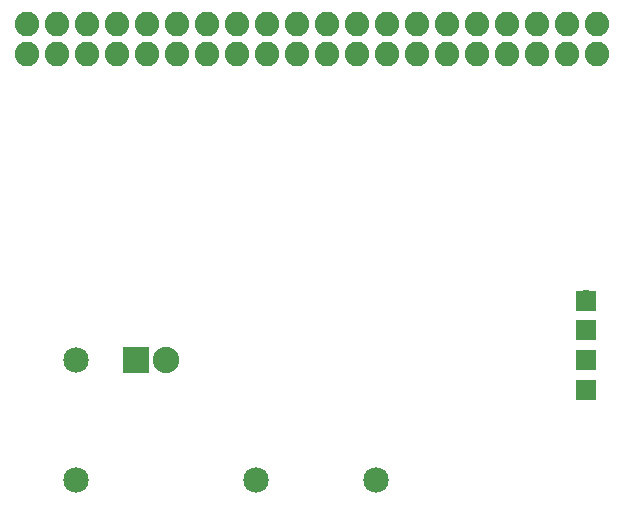
<source format=gbs>
G04 MADE WITH FRITZING*
G04 WWW.FRITZING.ORG*
G04 DOUBLE SIDED*
G04 HOLES PLATED*
G04 CONTOUR ON CENTER OF CONTOUR VECTOR*
%ASAXBY*%
%FSLAX23Y23*%
%MOIN*%
%OFA0B0*%
%SFA1.0B1.0*%
%ADD10C,0.081889*%
%ADD11C,0.081917*%
%ADD12C,0.070000*%
%ADD13C,0.085000*%
%ADD14C,0.088000*%
%ADD15R,0.065556X0.065556*%
%ADD16R,0.088000X0.088000*%
%LNMASK0*%
G90*
G70*
G54D10*
X338Y2017D03*
X438Y2017D03*
X538Y2017D03*
X638Y2017D03*
G54D11*
X738Y2017D03*
G54D10*
X838Y2017D03*
X938Y2017D03*
X1038Y2017D03*
X1138Y2017D03*
G54D11*
X1238Y2017D03*
G54D10*
X1338Y2017D03*
G54D11*
X1438Y2017D03*
G54D10*
X1538Y2017D03*
X1638Y2017D03*
X1738Y2017D03*
X1838Y2017D03*
G54D11*
X1938Y2017D03*
G54D10*
X2038Y2017D03*
X2138Y2017D03*
X2238Y2017D03*
X2238Y2117D03*
X2138Y2117D03*
X2038Y2117D03*
G54D11*
X1938Y2117D03*
G54D10*
X1838Y2117D03*
X1738Y2117D03*
X1638Y2117D03*
X1538Y2117D03*
G54D11*
X1438Y2117D03*
G54D10*
X1338Y2117D03*
G54D11*
X1238Y2117D03*
G54D10*
X1138Y2117D03*
X1038Y2117D03*
X938Y2117D03*
X838Y2117D03*
G54D11*
X738Y2117D03*
G54D10*
X638Y2117D03*
X538Y2117D03*
X438Y2117D03*
X338Y2117D03*
G54D12*
X2201Y897D03*
X2201Y997D03*
X2201Y1097D03*
X2201Y1197D03*
G54D13*
X1101Y597D03*
X1501Y597D03*
X501Y997D03*
X501Y597D03*
G54D14*
X701Y997D03*
X801Y997D03*
G54D15*
X2201Y997D03*
X2200Y898D03*
X2200Y1097D03*
X2200Y1194D03*
G54D16*
X701Y997D03*
G04 End of Mask0*
M02*
</source>
